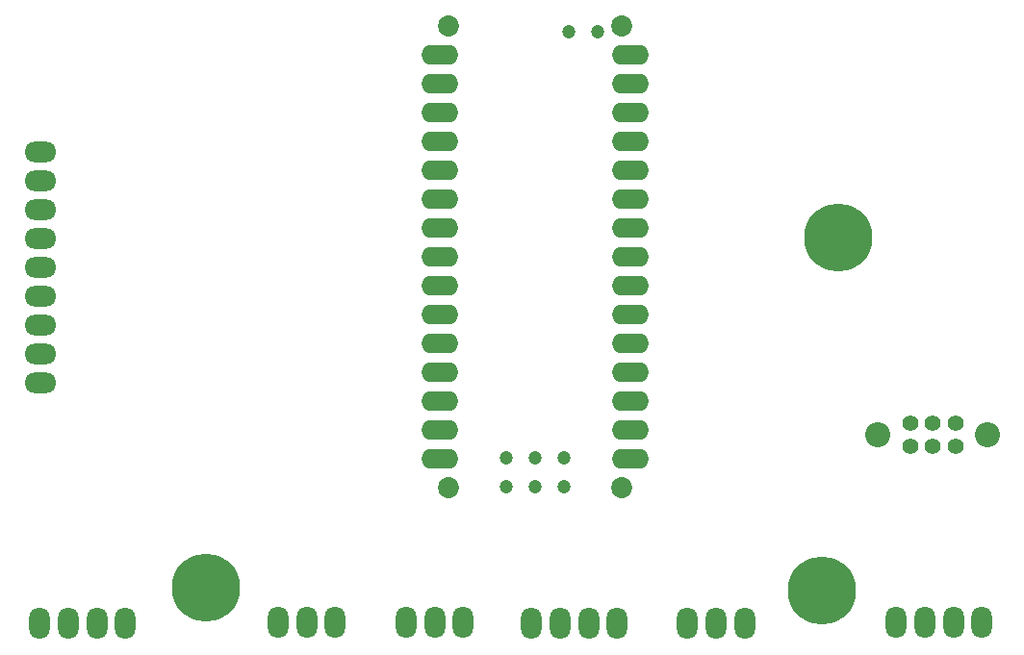
<source format=gbs>
G04*
G04 #@! TF.GenerationSoftware,Altium Limited,Altium Designer,21.0.9 (235)*
G04*
G04 Layer_Color=16711935*
%FSLAX44Y44*%
%MOMM*%
G71*
G04*
G04 #@! TF.SameCoordinates,2588B0E2-F362-4AB3-B6B3-F61507E4C0EF*
G04*
G04*
G04 #@! TF.FilePolarity,Negative*
G04*
G01*
G75*
%ADD44C,2.2032*%
%ADD45C,1.4032*%
%ADD46C,1.2032*%
%ADD47C,1.8542*%
%ADD48O,3.2512X1.7272*%
%ADD49O,2.8032X1.8032*%
%ADD50O,1.8032X2.8032*%
%ADD51C,6.0000*%
D44*
X874500Y197778D02*
D03*
X778500D02*
D03*
D45*
X846500Y207778D02*
D03*
X826500D02*
D03*
X806500D02*
D03*
X846500Y187778D02*
D03*
X826500D02*
D03*
X806500D02*
D03*
D46*
X476700Y177720D02*
D03*
X502100Y152320D02*
D03*
Y177720D02*
D03*
X476700Y152320D02*
D03*
X451300D02*
D03*
Y177720D02*
D03*
X505910Y552620D02*
D03*
X531310D02*
D03*
D47*
X552900Y151300D02*
D03*
X400500D02*
D03*
Y557700D02*
D03*
X552900D02*
D03*
D48*
X392880Y176700D02*
D03*
Y202100D02*
D03*
Y227500D02*
D03*
Y252900D02*
D03*
Y278300D02*
D03*
Y303700D02*
D03*
Y329100D02*
D03*
Y354500D02*
D03*
Y379900D02*
D03*
Y405300D02*
D03*
Y430700D02*
D03*
Y456100D02*
D03*
Y481500D02*
D03*
Y506900D02*
D03*
Y532300D02*
D03*
X560520Y176700D02*
D03*
D03*
Y202100D02*
D03*
Y227500D02*
D03*
Y252900D02*
D03*
Y278300D02*
D03*
Y303700D02*
D03*
Y329100D02*
D03*
Y354500D02*
D03*
Y379900D02*
D03*
Y405300D02*
D03*
Y430700D02*
D03*
Y456100D02*
D03*
Y481500D02*
D03*
Y506900D02*
D03*
Y532300D02*
D03*
D49*
X41402Y344678D02*
D03*
Y370078D02*
D03*
Y446278D02*
D03*
Y421278D02*
D03*
Y395478D02*
D03*
Y268478D02*
D03*
Y294278D02*
D03*
Y319278D02*
D03*
Y243078D02*
D03*
D50*
X844650Y32250D02*
D03*
X869650D02*
D03*
X819250D02*
D03*
X793850D02*
D03*
X40352Y32000D02*
D03*
X65752D02*
D03*
X116152D02*
D03*
X91152D02*
D03*
X300777Y32500D02*
D03*
X275777D02*
D03*
X250377D02*
D03*
X413250Y32250D02*
D03*
X388250D02*
D03*
X362850D02*
D03*
X523750Y31500D02*
D03*
X548750D02*
D03*
X498350D02*
D03*
X472950D02*
D03*
X610500Y31750D02*
D03*
X635900D02*
D03*
X660900D02*
D03*
D51*
X743750Y371000D02*
D03*
X729250Y60734D02*
D03*
X187500Y62984D02*
D03*
M02*

</source>
